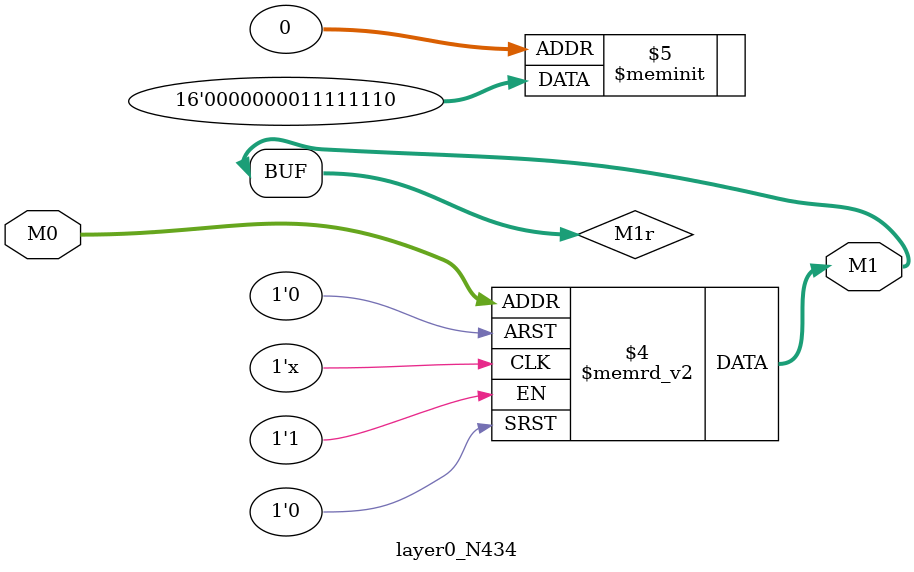
<source format=v>
module layer0_N434 ( input [2:0] M0, output [1:0] M1 );

	(*rom_style = "distributed" *) reg [1:0] M1r;
	assign M1 = M1r;
	always @ (M0) begin
		case (M0)
			3'b000: M1r = 2'b10;
			3'b100: M1r = 2'b00;
			3'b010: M1r = 2'b11;
			3'b110: M1r = 2'b00;
			3'b001: M1r = 2'b11;
			3'b101: M1r = 2'b00;
			3'b011: M1r = 2'b11;
			3'b111: M1r = 2'b00;

		endcase
	end
endmodule

</source>
